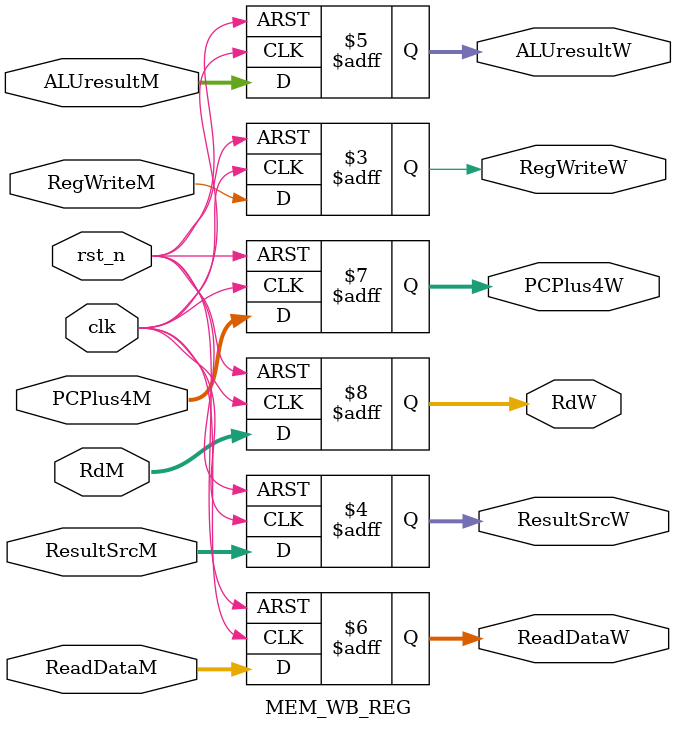
<source format=v>
module MEM_WB_REG(
    input clk,rst_n,RegWriteM,
    input [1:0] ResultSrcM,
    input [31:0] ALUresultM, ReadDataM,PCPlus4M,
    input [4:0] RdM,

    output reg RegWriteW,
    output reg [1:0] ResultSrcW,
    output reg [31:0] ALUresultW, ReadDataW, PCPlus4W,
    output reg [4:0] RdW

);

    always @(posedge clk or negedge rst_n) begin
        if (!rst_n) begin
            RegWriteW <= 0;
            ResultSrcW <= 0;
            ALUresultW <= 0;
            ReadDataW <= 0;
            PCPlus4W <= 0;
            RdW <= 0;
        end else begin
            RegWriteW <= RegWriteM;
            ResultSrcW <= ResultSrcM;
            ALUresultW <= ALUresultM;
            ReadDataW <= ReadDataM;
            PCPlus4W <= PCPlus4M;
            RdW <= RdM;
        end
    end

endmodule
</source>
